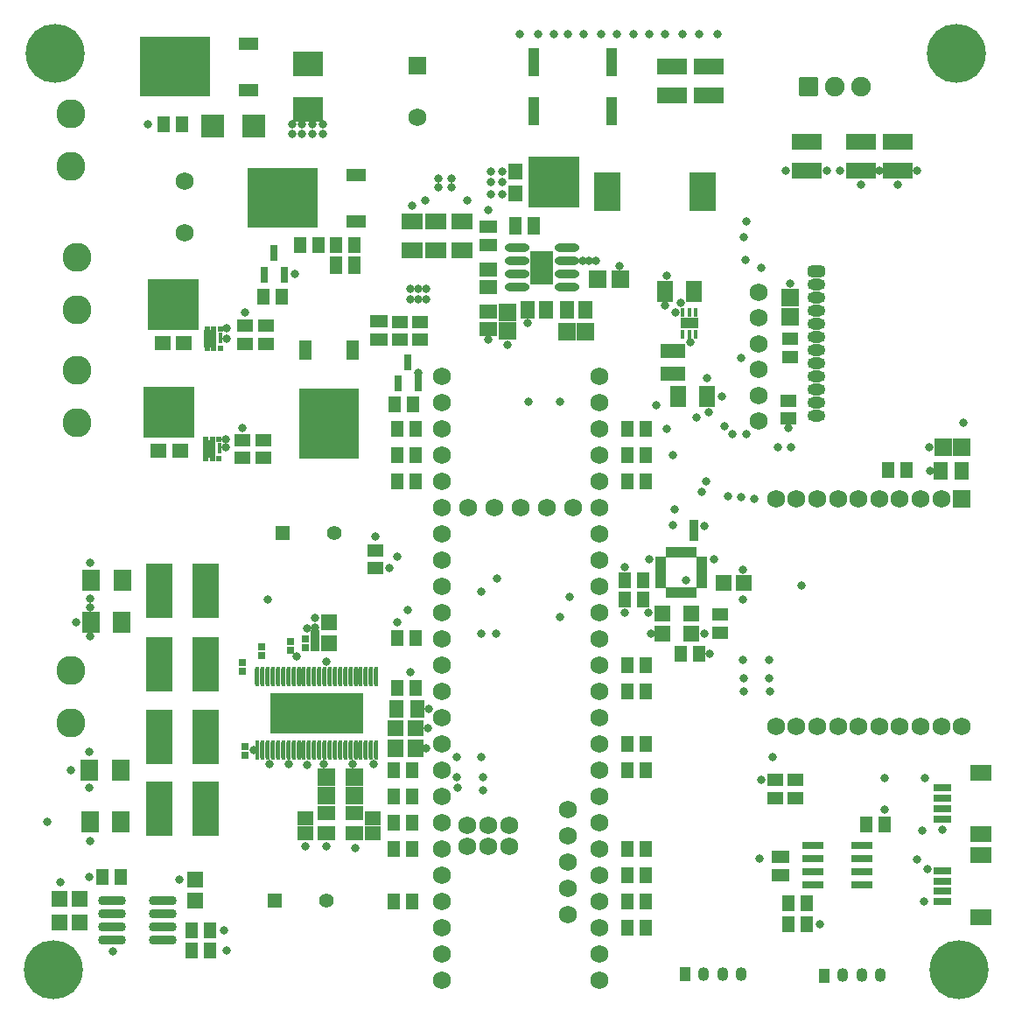
<source format=gts>
G04 Layer_Color=20142*
%FSLAX25Y25*%
%MOIN*%
G70*
G01*
G75*
%ADD99R,0.11430X0.05918*%
%ADD100R,0.05131X0.06312*%
%ADD101R,0.08280X0.03162*%
%ADD102R,0.09540X0.05643*%
%ADD103R,0.06115X0.07887*%
%ADD104R,0.10052X0.20879*%
%ADD105R,0.06312X0.06312*%
%ADD106R,0.03713X0.03871*%
%ADD107R,0.06115X0.04737*%
%ADD108R,0.02178X0.04147*%
%ADD109R,0.03950X0.02178*%
%ADD110R,0.06902X0.03162*%
%ADD111R,0.07887X0.06312*%
%ADD112R,0.02965X0.02965*%
%ADD113R,0.02572X0.02572*%
%ADD114R,0.05918X0.06706*%
%ADD115R,0.06312X0.06312*%
%ADD116R,0.05721X0.06902*%
%ADD117R,0.06115X0.05328*%
%ADD118R,0.06312X0.05131*%
%ADD119R,0.06706X0.08280*%
%ADD120R,0.06509X0.05524*%
%ADD121R,0.06902X0.06706*%
%ADD122R,0.01666X0.07493*%
%ADD123O,0.01666X0.07493*%
%ADD124R,0.35367X0.15446*%
%ADD125O,0.10642X0.03556*%
%ADD126R,0.04737X0.06115*%
%ADD127R,0.06700X0.04800*%
%ADD128R,0.06706X0.06902*%
%ADD129R,0.05300X0.06800*%
%ADD130R,0.03162X0.05918*%
%ADD131R,0.11599X0.09300*%
%ADD132R,0.22847X0.26784*%
%ADD133R,0.04540X0.07690*%
%ADD134R,0.26784X0.22847*%
%ADD135R,0.07690X0.04540*%
%ADD136R,0.05328X0.06509*%
%ADD137R,0.06902X0.06902*%
%ADD138R,0.07887X0.05918*%
%ADD139R,0.04028X0.11115*%
%ADD140R,0.19383X0.19698*%
%ADD141R,0.05800X0.06312*%
%ADD142R,0.06902X0.06902*%
%ADD143R,0.06509X0.05328*%
%ADD144R,0.09855X0.14973*%
%ADD145O,0.09461X0.03162*%
%ADD146R,0.08674X0.13005*%
%ADD147R,0.04800X0.06700*%
%ADD148R,0.01981X0.02178*%
%ADD149R,0.04540X0.06745*%
%ADD150R,0.01725X0.04225*%
%ADD151R,0.19698X0.19383*%
%ADD152R,0.06312X0.05800*%
%ADD153R,0.08674X0.08674*%
%ADD154R,0.06850X0.04488*%
%ADD155R,0.01732X0.03307*%
%ADD156C,0.07532*%
G04:AMPARAMS|DCode=157|XSize=75.32mil|YSize=75.32mil|CornerRadius=5.68mil|HoleSize=0mil|Usage=FLASHONLY|Rotation=0.000|XOffset=0mil|YOffset=0mil|HoleType=Round|Shape=RoundedRectangle|*
%AMROUNDEDRECTD157*
21,1,0.07532,0.06396,0,0,0.0*
21,1,0.06396,0.07532,0,0,0.0*
1,1,0.01137,0.03198,-0.03198*
1,1,0.01137,-0.03198,-0.03198*
1,1,0.01137,-0.03198,0.03198*
1,1,0.01137,0.03198,0.03198*
%
%ADD157ROUNDEDRECTD157*%
%ADD158C,0.06800*%
%ADD159R,0.06800X0.06800*%
%ADD160C,0.05524*%
%ADD161R,0.05524X0.05524*%
%ADD162C,0.11036*%
%ADD163R,0.04300X0.05300*%
%ADD164O,0.04300X0.05300*%
%ADD165O,0.06800X0.04343*%
G04:AMPARAMS|DCode=166|XSize=68mil|YSize=43.43mil|CornerRadius=12.86mil|HoleSize=0mil|Usage=FLASHONLY|Rotation=0.000|XOffset=0mil|YOffset=0mil|HoleType=Round|Shape=RoundedRectangle|*
%AMROUNDEDRECTD166*
21,1,0.06800,0.01772,0,0,0.0*
21,1,0.04228,0.04343,0,0,0.0*
1,1,0.02572,0.02114,-0.00886*
1,1,0.02572,-0.02114,-0.00886*
1,1,0.02572,-0.02114,0.00886*
1,1,0.02572,0.02114,0.00886*
%
%ADD166ROUNDEDRECTD166*%
%ADD167C,0.03162*%
%ADD168C,0.22453*%
D99*
X362000Y464988D02*
D03*
Y476012D02*
D03*
X348000Y464988D02*
D03*
Y476012D02*
D03*
X434000Y447512D02*
D03*
Y436488D02*
D03*
X420000Y447512D02*
D03*
Y436488D02*
D03*
X399500Y447512D02*
D03*
Y436488D02*
D03*
D100*
X399445Y149500D02*
D03*
X392555D02*
D03*
Y157500D02*
D03*
X399445D02*
D03*
X358445Y252500D02*
D03*
X351555D02*
D03*
X336945Y280500D02*
D03*
X330055D02*
D03*
X336945Y273000D02*
D03*
X330055D02*
D03*
X250445Y239500D02*
D03*
X243555D02*
D03*
X171945Y147000D02*
D03*
X165055D02*
D03*
X171945Y139500D02*
D03*
X165055D02*
D03*
X131055Y167500D02*
D03*
X137945D02*
D03*
X422055Y187500D02*
D03*
X428945D02*
D03*
X249445Y347500D02*
D03*
X242555D02*
D03*
X161445Y454000D02*
D03*
X154555D02*
D03*
X199445Y388500D02*
D03*
X192555D02*
D03*
X213445Y408000D02*
D03*
X206555D02*
D03*
X226945D02*
D03*
X220055D02*
D03*
D101*
X420252Y164500D02*
D03*
Y169500D02*
D03*
Y174500D02*
D03*
Y179500D02*
D03*
X401748Y164500D02*
D03*
Y169500D02*
D03*
Y174500D02*
D03*
Y179500D02*
D03*
D102*
X348500Y367772D02*
D03*
Y359228D02*
D03*
D103*
X350488Y350500D02*
D03*
X361512D02*
D03*
X356512Y390500D02*
D03*
X345488D02*
D03*
D104*
X170528Y193419D02*
D03*
X152812D02*
D03*
Y276419D02*
D03*
X170528D02*
D03*
X152812Y248419D02*
D03*
X170528D02*
D03*
X152812Y220919D02*
D03*
X170528D02*
D03*
D105*
X355500Y260063D02*
D03*
Y267937D02*
D03*
X217500Y256563D02*
D03*
Y264437D02*
D03*
X166500Y158563D02*
D03*
Y166437D02*
D03*
X344500Y267937D02*
D03*
Y260063D02*
D03*
D106*
X356500Y301429D02*
D03*
Y297571D02*
D03*
X212000Y259429D02*
D03*
Y255571D02*
D03*
D107*
X366500Y267543D02*
D03*
Y260457D02*
D03*
X393000Y365457D02*
D03*
Y372543D02*
D03*
D108*
X346579Y291276D02*
D03*
X348547D02*
D03*
X350516D02*
D03*
X352484D02*
D03*
X354453D02*
D03*
X356421D02*
D03*
Y275724D02*
D03*
X354453D02*
D03*
X352484D02*
D03*
X350516D02*
D03*
X348547D02*
D03*
X346579D02*
D03*
D109*
X359374Y288421D02*
D03*
Y286453D02*
D03*
Y284484D02*
D03*
Y282516D02*
D03*
Y280547D02*
D03*
Y278579D02*
D03*
X343626D02*
D03*
Y280547D02*
D03*
Y282516D02*
D03*
Y284484D02*
D03*
Y286453D02*
D03*
Y288421D02*
D03*
D110*
X450913Y158095D02*
D03*
Y162031D02*
D03*
Y165969D02*
D03*
Y169905D02*
D03*
Y189594D02*
D03*
Y193532D02*
D03*
Y197468D02*
D03*
Y201406D02*
D03*
D111*
X465677Y152189D02*
D03*
Y175811D02*
D03*
Y183689D02*
D03*
Y207311D02*
D03*
D112*
X208500Y258272D02*
D03*
Y254728D02*
D03*
D113*
X202670Y253845D02*
D03*
Y256994D02*
D03*
X191670Y251845D02*
D03*
Y254994D02*
D03*
X185500Y213925D02*
D03*
Y217075D02*
D03*
X184500Y249075D02*
D03*
Y245925D02*
D03*
D114*
X242661Y216500D02*
D03*
X250339D02*
D03*
D115*
X242563Y224000D02*
D03*
X250437D02*
D03*
X122437Y150000D02*
D03*
X114563D02*
D03*
Y159000D02*
D03*
X122437D02*
D03*
X367563Y279500D02*
D03*
X375437D02*
D03*
D116*
X242965Y231500D02*
D03*
X251035D02*
D03*
D117*
X234000Y184146D02*
D03*
Y189854D02*
D03*
X208500Y184146D02*
D03*
Y189854D02*
D03*
D118*
X235000Y285055D02*
D03*
Y291945D02*
D03*
X387500Y197555D02*
D03*
Y204445D02*
D03*
X395000Y197555D02*
D03*
Y204445D02*
D03*
X252000Y372055D02*
D03*
Y378945D02*
D03*
X244500D02*
D03*
Y372055D02*
D03*
X185500Y370555D02*
D03*
Y377445D02*
D03*
X184500Y327055D02*
D03*
Y333945D02*
D03*
X193500Y377445D02*
D03*
Y370555D02*
D03*
X192500Y333945D02*
D03*
Y327055D02*
D03*
X392500Y342055D02*
D03*
Y348945D02*
D03*
D119*
X126765Y280419D02*
D03*
X138576D02*
D03*
X126594Y264500D02*
D03*
X138406D02*
D03*
X126094Y208000D02*
D03*
X137906D02*
D03*
X126265Y188419D02*
D03*
X138076D02*
D03*
D120*
X227000Y184063D02*
D03*
Y191937D02*
D03*
X216500Y184063D02*
D03*
Y191937D02*
D03*
D121*
X227000Y198457D02*
D03*
Y205543D02*
D03*
X216500Y198457D02*
D03*
Y205543D02*
D03*
X393000Y388043D02*
D03*
Y380957D02*
D03*
D122*
X190170Y215919D02*
D03*
D123*
X192139D02*
D03*
X194107D02*
D03*
X196076D02*
D03*
X198044D02*
D03*
X200013D02*
D03*
X201981D02*
D03*
X203950D02*
D03*
X205918D02*
D03*
X207887D02*
D03*
X209855D02*
D03*
X211824D02*
D03*
X213792D02*
D03*
X215761D02*
D03*
X217729D02*
D03*
X219698D02*
D03*
X221666D02*
D03*
X223635D02*
D03*
X225603D02*
D03*
X227572D02*
D03*
X229540D02*
D03*
X231509D02*
D03*
X233477D02*
D03*
X235446D02*
D03*
X190170Y243872D02*
D03*
X192139D02*
D03*
X194107D02*
D03*
X196076D02*
D03*
X198044D02*
D03*
X200013D02*
D03*
X201981D02*
D03*
X203950D02*
D03*
X205918D02*
D03*
X207887D02*
D03*
X209855D02*
D03*
X211824D02*
D03*
X213792D02*
D03*
X215761D02*
D03*
X217729D02*
D03*
X219698D02*
D03*
X221666D02*
D03*
X223635D02*
D03*
X225603D02*
D03*
X227572D02*
D03*
X229540D02*
D03*
X231509D02*
D03*
X233477D02*
D03*
X235446D02*
D03*
D124*
X212611Y229919D02*
D03*
D125*
X154146Y143500D02*
D03*
Y148500D02*
D03*
Y153500D02*
D03*
Y158500D02*
D03*
X134854Y143500D02*
D03*
Y148500D02*
D03*
Y153500D02*
D03*
Y158500D02*
D03*
D126*
X250543Y338000D02*
D03*
X243457D02*
D03*
X338043Y328000D02*
D03*
X330957D02*
D03*
X250543Y258500D02*
D03*
X243457D02*
D03*
X338043Y248000D02*
D03*
X330957D02*
D03*
X338043Y238000D02*
D03*
X330957D02*
D03*
X338043Y218000D02*
D03*
X330957D02*
D03*
X338043Y208000D02*
D03*
X330957D02*
D03*
X249043D02*
D03*
X241957D02*
D03*
X243457Y318000D02*
D03*
X250543D02*
D03*
X249043Y198000D02*
D03*
X241957D02*
D03*
X243457Y328000D02*
D03*
X250543D02*
D03*
X249043Y188000D02*
D03*
X241957D02*
D03*
X338043Y178000D02*
D03*
X330957D02*
D03*
X249043D02*
D03*
X241957D02*
D03*
X338043Y168000D02*
D03*
X330957D02*
D03*
X338043Y158000D02*
D03*
X330957D02*
D03*
X249043D02*
D03*
X241957D02*
D03*
X338043Y148000D02*
D03*
X330957D02*
D03*
X338043Y318000D02*
D03*
X330957D02*
D03*
X430457Y322500D02*
D03*
X437543D02*
D03*
X338043Y338000D02*
D03*
X330957D02*
D03*
D127*
X389500Y175000D02*
D03*
Y168000D02*
D03*
X236500Y379000D02*
D03*
Y372000D02*
D03*
X278000Y415000D02*
D03*
Y408000D02*
D03*
D128*
X451457Y331000D02*
D03*
X458543D02*
D03*
X319669Y395000D02*
D03*
X328331D02*
D03*
D129*
X458500Y322000D02*
D03*
X450500D02*
D03*
D130*
X243760Y355366D02*
D03*
X251240D02*
D03*
X247500Y363634D02*
D03*
X192760Y396866D02*
D03*
X200240D02*
D03*
X196500Y405134D02*
D03*
D131*
X209500Y477201D02*
D03*
Y459799D02*
D03*
D132*
X217500Y340248D02*
D03*
D133*
X208524Y368201D02*
D03*
X226476D02*
D03*
D134*
X158748Y476000D02*
D03*
X199748Y426000D02*
D03*
D135*
X186701Y484976D02*
D03*
Y467024D02*
D03*
X227701Y434976D02*
D03*
Y417024D02*
D03*
D136*
X299945Y383500D02*
D03*
X293055D02*
D03*
X314945D02*
D03*
X308055D02*
D03*
D137*
X285500Y375358D02*
D03*
Y382642D02*
D03*
D138*
X249000Y417012D02*
D03*
Y405988D02*
D03*
X258000Y417012D02*
D03*
Y405988D02*
D03*
X268000Y417012D02*
D03*
Y405988D02*
D03*
D139*
X325000Y477791D02*
D03*
Y459209D02*
D03*
X295500Y477791D02*
D03*
Y459209D02*
D03*
D140*
X303095Y432000D02*
D03*
D141*
X288370Y427906D02*
D03*
Y436095D02*
D03*
D142*
X307957Y375000D02*
D03*
X315043D02*
D03*
D143*
X278000Y398945D02*
D03*
Y392055D02*
D03*
Y382945D02*
D03*
Y376055D02*
D03*
D144*
X359610Y428500D02*
D03*
X323390D02*
D03*
D145*
X289051Y407000D02*
D03*
Y402000D02*
D03*
Y397000D02*
D03*
Y392000D02*
D03*
X307949Y407000D02*
D03*
Y402000D02*
D03*
Y397000D02*
D03*
Y392000D02*
D03*
D146*
X298500Y399500D02*
D03*
D147*
X295500Y415500D02*
D03*
X288500D02*
D03*
X227000Y400500D02*
D03*
X220000D02*
D03*
D148*
X176033Y368858D02*
D03*
X173474D02*
D03*
X170915D02*
D03*
X176033Y376142D02*
D03*
X173474D02*
D03*
X170911D02*
D03*
X175533Y326858D02*
D03*
X172974D02*
D03*
X170415D02*
D03*
X175533Y334142D02*
D03*
X172974D02*
D03*
X170411D02*
D03*
D149*
X172191Y372504D02*
D03*
X171691Y330504D02*
D03*
D150*
X176128Y372657D02*
D03*
X175628Y330658D02*
D03*
D151*
X158000Y385595D02*
D03*
X156500Y344595D02*
D03*
D152*
X162094Y370870D02*
D03*
X153905D02*
D03*
X160594Y329870D02*
D03*
X152406D02*
D03*
D153*
X173126Y453500D02*
D03*
X188874D02*
D03*
D154*
X354633Y378342D02*
D03*
D155*
X352074Y382476D02*
D03*
X354633D02*
D03*
X357192D02*
D03*
Y374208D02*
D03*
X354633D02*
D03*
X352074D02*
D03*
D156*
X420000Y468500D02*
D03*
X410000D02*
D03*
D157*
X400000D02*
D03*
D158*
X395508Y224886D02*
D03*
X458500D02*
D03*
X450626D02*
D03*
X442752D02*
D03*
X434878D02*
D03*
X427004D02*
D03*
X419130D02*
D03*
X411256D02*
D03*
X403382D02*
D03*
X387634D02*
D03*
Y311500D02*
D03*
X395508D02*
D03*
X403382D02*
D03*
X411256D02*
D03*
X419130D02*
D03*
X427004D02*
D03*
X434878D02*
D03*
X442752D02*
D03*
X450626D02*
D03*
X381000Y341000D02*
D03*
Y350842D02*
D03*
Y360685D02*
D03*
Y370528D02*
D03*
Y380370D02*
D03*
Y390213D02*
D03*
X251000Y456658D02*
D03*
X162500Y432342D02*
D03*
Y412657D02*
D03*
X308492Y193000D02*
D03*
Y183000D02*
D03*
Y153000D02*
D03*
Y163000D02*
D03*
Y173000D02*
D03*
X270500Y308000D02*
D03*
X280500D02*
D03*
X290500D02*
D03*
X300500D02*
D03*
X310500D02*
D03*
X260500Y128000D02*
D03*
Y138000D02*
D03*
Y148000D02*
D03*
Y268000D02*
D03*
X320500D02*
D03*
Y128000D02*
D03*
X260500Y278000D02*
D03*
Y288000D02*
D03*
Y298000D02*
D03*
Y308000D02*
D03*
Y318000D02*
D03*
Y328000D02*
D03*
Y338000D02*
D03*
Y348000D02*
D03*
Y358000D02*
D03*
X320500D02*
D03*
Y348000D02*
D03*
Y338000D02*
D03*
Y328000D02*
D03*
Y318000D02*
D03*
Y308000D02*
D03*
Y298000D02*
D03*
Y288000D02*
D03*
Y278000D02*
D03*
X260500Y158000D02*
D03*
Y168000D02*
D03*
Y178000D02*
D03*
Y188000D02*
D03*
Y198000D02*
D03*
Y208000D02*
D03*
Y218000D02*
D03*
Y228000D02*
D03*
Y238000D02*
D03*
Y248000D02*
D03*
Y258000D02*
D03*
X320500D02*
D03*
Y248000D02*
D03*
Y238000D02*
D03*
Y228000D02*
D03*
Y218000D02*
D03*
Y208000D02*
D03*
Y198000D02*
D03*
Y188000D02*
D03*
Y178000D02*
D03*
Y168000D02*
D03*
Y158000D02*
D03*
Y148000D02*
D03*
Y138000D02*
D03*
X278000Y187000D02*
D03*
X286000D02*
D03*
X270000Y179000D02*
D03*
X278000D02*
D03*
X286000D02*
D03*
X270000Y187000D02*
D03*
D159*
X458500Y311500D02*
D03*
X251000Y476342D02*
D03*
D160*
X219513Y298419D02*
D03*
X216342Y158500D02*
D03*
D161*
X199828Y298419D02*
D03*
X196658Y158500D02*
D03*
D162*
X119000Y226000D02*
D03*
Y246000D02*
D03*
Y438000D02*
D03*
Y458000D02*
D03*
X121500Y403500D02*
D03*
Y383500D02*
D03*
Y360500D02*
D03*
Y340500D02*
D03*
D163*
X352900Y130400D02*
D03*
X405900Y129900D02*
D03*
D164*
X360100Y130500D02*
D03*
X367300D02*
D03*
X374500D02*
D03*
X413100Y130000D02*
D03*
X420300D02*
D03*
X427500D02*
D03*
D165*
X403000Y343000D02*
D03*
Y348000D02*
D03*
Y353000D02*
D03*
Y358000D02*
D03*
Y363000D02*
D03*
Y368000D02*
D03*
Y378000D02*
D03*
Y373000D02*
D03*
Y383000D02*
D03*
Y388000D02*
D03*
Y393000D02*
D03*
D166*
Y398000D02*
D03*
D167*
X365500Y488500D02*
D03*
X441500Y436500D02*
D03*
X434000Y431000D02*
D03*
X427000Y436500D02*
D03*
X420000Y431000D02*
D03*
X407000Y436500D02*
D03*
X412000D02*
D03*
X391500D02*
D03*
X404500Y149500D02*
D03*
X386500Y213000D02*
D03*
X382000Y204500D02*
D03*
X204500Y397000D02*
D03*
X254500Y387500D02*
D03*
X251500D02*
D03*
X248500D02*
D03*
X254500Y391500D02*
D03*
X251500D02*
D03*
X248500D02*
D03*
X254000Y425000D02*
D03*
X249000Y423000D02*
D03*
X270000Y425000D02*
D03*
X278000Y421500D02*
D03*
X215000Y450500D02*
D03*
X211000D02*
D03*
X207000D02*
D03*
X203500D02*
D03*
X215000Y454000D02*
D03*
X211000D02*
D03*
X207000D02*
D03*
X203500D02*
D03*
X290000Y488500D02*
D03*
X358500D02*
D03*
X352000D02*
D03*
X345500D02*
D03*
X339500D02*
D03*
X333500D02*
D03*
X327000D02*
D03*
X321000D02*
D03*
X314500D02*
D03*
X308500D02*
D03*
X303000D02*
D03*
X297000D02*
D03*
X251500Y359500D02*
D03*
X309000Y274000D02*
D03*
X305500Y266500D02*
D03*
Y348500D02*
D03*
X126000Y215000D02*
D03*
X119000Y208000D02*
D03*
X126000Y201500D02*
D03*
X178000Y331000D02*
D03*
Y334000D02*
D03*
X339500Y288500D02*
D03*
X340000Y260000D02*
D03*
X330000Y268000D02*
D03*
Y285500D02*
D03*
X360500Y260000D02*
D03*
X362500Y252500D02*
D03*
X296500Y396500D02*
D03*
X300500D02*
D03*
X296500Y400000D02*
D03*
X300500D02*
D03*
Y403500D02*
D03*
X296500D02*
D03*
X361500Y357500D02*
D03*
X367000Y350500D02*
D03*
X348500Y328000D02*
D03*
X361000Y318000D02*
D03*
X148500Y454000D02*
D03*
X243500Y264500D02*
D03*
Y289500D02*
D03*
X359500Y314000D02*
D03*
X374500Y365000D02*
D03*
X375000Y250000D02*
D03*
X385000D02*
D03*
X369500Y312500D02*
D03*
X393500Y331000D02*
D03*
X374500Y312000D02*
D03*
X385000Y243000D02*
D03*
X375500D02*
D03*
X379500Y311500D02*
D03*
X385500Y238000D02*
D03*
X375500D02*
D03*
X388500Y331000D02*
D03*
X276000Y200500D02*
D03*
X240500Y285000D02*
D03*
X247500Y269000D02*
D03*
X215500Y210500D02*
D03*
X266500Y201500D02*
D03*
X255500Y231500D02*
D03*
X248500Y245500D02*
D03*
X254500Y216500D02*
D03*
X255000Y224000D02*
D03*
X110000Y188500D02*
D03*
X194000Y273000D02*
D03*
X429000Y193000D02*
D03*
X381500Y174500D02*
D03*
X459000Y340500D02*
D03*
X178500Y372500D02*
D03*
Y376500D02*
D03*
X349000Y307500D02*
D03*
X348500Y301500D02*
D03*
X281500Y281000D02*
D03*
X275500Y276000D02*
D03*
X281000Y260000D02*
D03*
X275500D02*
D03*
X276000Y205500D02*
D03*
X275500Y213000D02*
D03*
X266000Y205500D02*
D03*
Y213000D02*
D03*
X353500Y280500D02*
D03*
X364000Y288500D02*
D03*
X319000Y402000D02*
D03*
X316500D02*
D03*
X314000D02*
D03*
X234500Y210500D02*
D03*
X226500D02*
D03*
X209000Y210000D02*
D03*
X202000Y210500D02*
D03*
X188607Y215919D02*
D03*
X194882Y210500D02*
D03*
X205000Y251500D02*
D03*
X205170Y234419D02*
D03*
X209170D02*
D03*
X213170D02*
D03*
X217170D02*
D03*
X221170D02*
D03*
X224670D02*
D03*
X197170Y229919D02*
D03*
X217170D02*
D03*
X213170D02*
D03*
X197170Y234419D02*
D03*
X205170Y229919D02*
D03*
X201170D02*
D03*
X209170D02*
D03*
X221170D02*
D03*
X224670D02*
D03*
X201170Y234419D02*
D03*
X228170Y229919D02*
D03*
X221170Y224919D02*
D03*
X213170D02*
D03*
X224670D02*
D03*
X228170D02*
D03*
X217170D02*
D03*
X228170Y234419D02*
D03*
X209170Y224919D02*
D03*
X205170D02*
D03*
X197170D02*
D03*
X201170D02*
D03*
X355000Y371000D02*
D03*
X345500Y385000D02*
D03*
X349500Y382500D02*
D03*
X351500Y386000D02*
D03*
X216500Y249500D02*
D03*
X441500Y174000D02*
D03*
X443500Y185000D02*
D03*
X445500Y170500D02*
D03*
X444500Y205000D02*
D03*
X451000Y185500D02*
D03*
X444000Y158000D02*
D03*
X126500Y181000D02*
D03*
X264000Y430000D02*
D03*
X259000D02*
D03*
Y433500D02*
D03*
X264000D02*
D03*
X429000Y205000D02*
D03*
X360500Y301000D02*
D03*
X339000Y268000D02*
D03*
X375000Y273000D02*
D03*
X397500Y278500D02*
D03*
X216500Y179000D02*
D03*
X208500D02*
D03*
X212000Y262500D02*
D03*
X209000Y262000D02*
D03*
X212000Y266000D02*
D03*
X178500Y139500D02*
D03*
X177555Y147000D02*
D03*
X160500Y166500D02*
D03*
X115000Y165500D02*
D03*
X126000Y167500D02*
D03*
X126500Y273500D02*
D03*
Y287000D02*
D03*
Y259000D02*
D03*
Y270000D02*
D03*
X121000Y264500D02*
D03*
X235000Y297000D02*
D03*
X375000Y284500D02*
D03*
X446500Y322000D02*
D03*
X446000Y331000D02*
D03*
X393000Y393500D02*
D03*
X293000Y378500D02*
D03*
X285500Y370000D02*
D03*
X278000Y372000D02*
D03*
X283500Y436000D02*
D03*
X279000D02*
D03*
X283500Y432000D02*
D03*
X279000D02*
D03*
Y427500D02*
D03*
X283500D02*
D03*
X227500Y178500D02*
D03*
X356500Y378500D02*
D03*
X353000D02*
D03*
X184500Y338500D02*
D03*
X185500Y382500D02*
D03*
X135000Y139000D02*
D03*
X346000Y338000D02*
D03*
X357500Y342500D02*
D03*
X371000Y336216D02*
D03*
X368000Y339000D02*
D03*
X376500Y336000D02*
D03*
X362000Y344500D02*
D03*
X346000Y396500D02*
D03*
X376000Y402500D02*
D03*
X328000Y400000D02*
D03*
X293500Y348500D02*
D03*
X375500Y411000D02*
D03*
X392500Y338500D02*
D03*
X382000Y399500D02*
D03*
X376500Y417000D02*
D03*
X342000Y347000D02*
D03*
D168*
X112500Y132000D02*
D03*
X113000Y481000D02*
D03*
X457500Y132000D02*
D03*
X456500Y481000D02*
D03*
M02*

</source>
